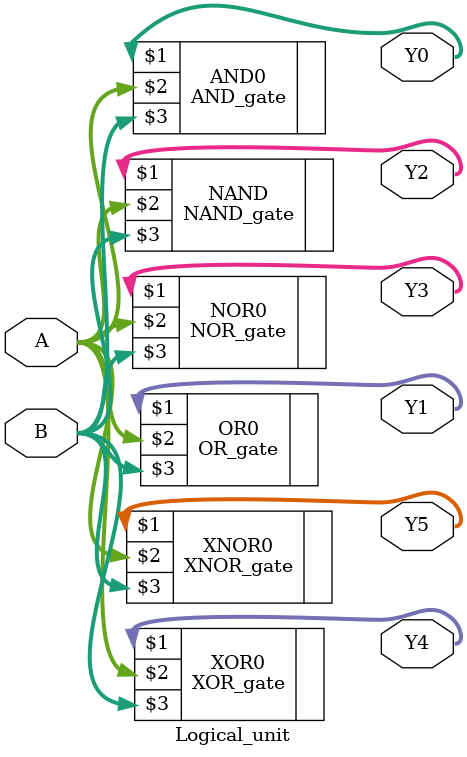
<source format=v>
`timescale 1ns / 1ps


module Logical_unit(
output [7:0]Y0,Y1,Y2,Y3,Y4,Y5,
input [7:0]A,B
    );
    AND_gate AND0(Y0,A,B);
    OR_gate OR0(Y1,A,B);
    NAND_gate NAND(Y2,A,B);
    NOR_gate NOR0(Y3,A,B);
    XOR_gate XOR0(Y4,A,B);
    XNOR_gate XNOR0(Y5,A,B);
    
endmodule

</source>
